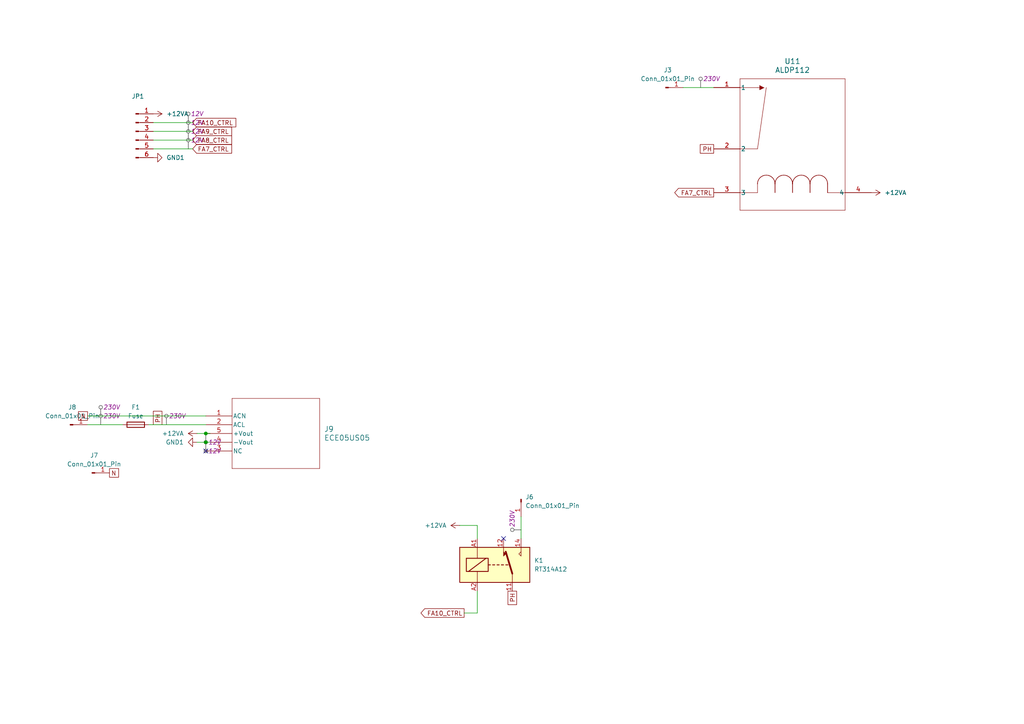
<source format=kicad_sch>
(kicad_sch (version 20230121) (generator eeschema)
  (paper "A4")
  (lib_symbols
    (symbol "ALDP112:ALDP112" (pin_names (offset 0.254))
      (property "Reference" "U" (at 22.86 12.7 0))
      (property "Value" "ALDP112" (at 22.86 7.62 0))
      (symbol "ALDP112_0_1"
        (polyline (pts (xy 7.62 -35.56) (xy 38.1 -35.56)) (stroke (width 0.127)))
        (polyline (pts (xy 7.62 0) (xy 12.7 0)) (stroke (width 0.127)))
        (polyline (pts (xy 7.62 2.54) (xy 7.62 -35.56)) (stroke (width 0.127)))
        (polyline (pts (xy 12.7 -30.48) (xy 7.62 -30.48)) (stroke (width 0.127)))
        (polyline (pts (xy 12.7 -27.94) (xy 12.7 -30.48)) (stroke (width 0.127)))
        (polyline (pts (xy 12.7 -17.78) (xy 7.62 -17.78)) (stroke (width 0.127)))
        (polyline (pts (xy 12.7 -17.78) (xy 15.24 0)) (stroke (width 0.127)))
        (polyline (pts (xy 12.7 0) (xy 13.9689 -0.0056)) (stroke (width 0.127)))
        (polyline (pts (xy 17.78 -27.94) (xy 17.78 -30.48)) (stroke (width 0.127)))
        (polyline (pts (xy 17.78 -27.94) (xy 17.78 -30.48)) (stroke (width 0.127)))
        (polyline (pts (xy 22.86 -27.94) (xy 22.86 -30.48)) (stroke (width 0.127)))
        (polyline (pts (xy 22.86 -27.94) (xy 22.86 -30.48)) (stroke (width 0.127)))
        (polyline (pts (xy 27.94 -27.94) (xy 27.94 -30.48)) (stroke (width 0.127)))
        (polyline (pts (xy 27.94 -27.94) (xy 27.94 -30.48)) (stroke (width 0.127)))
        (polyline (pts (xy 33.02 -27.94) (xy 33.02 -30.48)) (stroke (width 0.127)))
        (polyline (pts (xy 33.02 -27.94) (xy 33.02 -30.48)) (stroke (width 0.127)))
        (polyline (pts (xy 38.1 -35.56) (xy 38.1 2.54)) (stroke (width 0.127)))
        (polyline (pts (xy 38.1 -30.48) (xy 33.02 -30.48)) (stroke (width 0.127)))
        (polyline (pts (xy 38.1 2.54) (xy 7.62 2.54)) (stroke (width 0.127)))
        (polyline (pts (xy 13.335 0.635) (xy 13.335 -0.635) (xy 14.605 0)) (fill (type outline)))
        (arc (start 17.78 -27.94) (mid 15.24 -25.411) (end 12.7 -27.94) (stroke (width 0.127)))
        (arc (start 17.78 -27.94) (mid 15.24 -25.411) (end 12.7 -27.94) (stroke (width 0.127)))
        (arc (start 22.86 -27.94) (mid 20.32 -25.411) (end 17.78 -27.94) (stroke (width 0.127)))
        (arc (start 22.86 -27.94) (mid 20.32 -25.411) (end 17.78 -27.94) (stroke (width 0.127)))
        (arc (start 27.94 -27.94) (mid 25.4 -25.411) (end 22.86 -27.94) (stroke (width 0.127)))
        (arc (start 27.94 -27.94) (mid 25.4 -25.411) (end 22.86 -27.94) (stroke (width 0.127)))
        (arc (start 33.02 -27.94) (mid 30.48 -25.411) (end 27.94 -27.94) (stroke (width 0.127)))
        (arc (start 33.02 -27.94) (mid 30.48 -25.411) (end 27.94 -27.94) (stroke (width 0.127)))
        (pin unspecified line (at 0 0 0) (length 7.62) (name "1") (number "1"))
        (pin unspecified line (at 0 -17.78 0) (length 7.62) (name "2") (number "2"))
        (pin unspecified line (at 0 -30.48 0) (length 7.62) (name "3") (number "3"))
        (pin unspecified line (at 45.72 -30.48 180) (length 7.62) (name "4") (number "4"))
      )
    )
    (symbol "Connector:Conn_01x01_Pin" (pin_names (offset 1.016) hide)
      (property "Reference" "J" (at 0 2.54 0))
      (property "Value" "Conn_01x01_Pin" (at 0 -2.54 0))
      (symbol "Conn_01x01_Pin_1_1"
        (polyline (pts (xy 1.27 0) (xy 0.8636 0)) (stroke (width 0.1524)))
        (rectangle (start 0.8636 0.127) (end 0 -0.127) (stroke (width 0.1524)) (fill (type outline)))
        (pin passive line (at 5.08 0 180) (length 3.81) (name "Pin_1") (number "1"))
      )
    )
    (symbol "Connector:Conn_01x06_Pin" (pin_names (offset 1.016) hide)
      (property "Reference" "J" (at 0 7.62 0))
      (property "Value" "Conn_01x06_Pin" (at 0 -10.16 0))
      (symbol "Conn_01x06_Pin_1_1"
        (polyline (pts (xy 1.27 -7.62) (xy 0.8636 -7.62)) (stroke (width 0.1524)))
        (polyline (pts (xy 1.27 -5.08) (xy 0.8636 -5.08)) (stroke (width 0.1524)))
        (polyline (pts (xy 1.27 -2.54) (xy 0.8636 -2.54)) (stroke (width 0.1524)))
        (polyline (pts (xy 1.27 0) (xy 0.8636 0)) (stroke (width 0.1524)))
        (polyline (pts (xy 1.27 2.54) (xy 0.8636 2.54)) (stroke (width 0.1524)))
        (polyline (pts (xy 1.27 5.08) (xy 0.8636 5.08)) (stroke (width 0.1524)))
        (rectangle (start 0.8636 -7.493) (end 0 -7.747) (stroke (width 0.1524)) (fill (type outline)))
        (rectangle (start 0.8636 -4.953) (end 0 -5.207) (stroke (width 0.1524)) (fill (type outline)))
        (rectangle (start 0.8636 -2.413) (end 0 -2.667) (stroke (width 0.1524)) (fill (type outline)))
        (rectangle (start 0.8636 0.127) (end 0 -0.127) (stroke (width 0.1524)) (fill (type outline)))
        (rectangle (start 0.8636 2.667) (end 0 2.413) (stroke (width 0.1524)) (fill (type outline)))
        (rectangle (start 0.8636 5.207) (end 0 4.953) (stroke (width 0.1524)) (fill (type outline)))
        (pin passive line (at 5.08 5.08 180) (length 3.81) (name "Pin_1") (number "1"))
        (pin passive line (at 5.08 2.54 180) (length 3.81) (name "Pin_2") (number "2"))
        (pin passive line (at 5.08 0 180) (length 3.81) (name "Pin_3") (number "3"))
        (pin passive line (at 5.08 -2.54 180) (length 3.81) (name "Pin_4") (number "4"))
        (pin passive line (at 5.08 -5.08 180) (length 3.81) (name "Pin_5") (number "5"))
        (pin passive line (at 5.08 -7.62 180) (length 3.81) (name "Pin_6") (number "6"))
      )
    )
    (symbol "Device:Fuse" (pin_numbers hide) (pin_names (offset 0))
      (property "Reference" "F" (at 2.032 0 90))
      (property "Value" "Fuse" (at -1.905 0 90))
      (symbol "Fuse_0_1"
        (rectangle (start -0.762 -2.54) (end 0.762 2.54) (stroke (width 0.254)))
        (polyline (pts (xy 0 2.54) (xy 0 -2.54)))
      )
      (symbol "Fuse_1_1"
        (pin passive line (at 0 3.81 270) (length 1.27) (name "~") (number "1"))
        (pin passive line (at 0 -3.81 90) (length 1.27) (name "~") (number "2"))
      )
    )
    (symbol "ECE05:ECE05US05" (pin_names (offset 0.254))
      (property "Reference" "J" (at 20.32 10.16 0))
      (property "Value" "ECE05US05" (at 20.32 7.62 0))
      (symbol "ECE05US05_0_1"
        (polyline (pts (xy 7.62 -15.24) (xy 33.02 -15.24)) (stroke (width 0.127)))
        (polyline (pts (xy 7.62 5.08) (xy 7.62 -15.24)) (stroke (width 0.127)))
        (polyline (pts (xy 33.02 -15.24) (xy 33.02 5.08)) (stroke (width 0.127)))
        (polyline (pts (xy 33.02 5.08) (xy 7.62 5.08)) (stroke (width 0.127)))
        (pin unspecified line (at 0 0 0) (length 7.62) (name "ACN") (number "1"))
        (pin unspecified line (at 0 -2.54 0) (length 7.62) (name "ACL") (number "2"))
        (pin no_connect line (at 0 -10.16 0) (length 7.62) (name "NC") (number "3"))
        (pin power_in line (at 0 -7.62 0) (length 7.62) (name "-Vout") (number "4"))
        (pin power_in line (at 0 -5.08 0) (length 7.62) (name "+Vout") (number "5"))
      )
    )
    (symbol "Relay:RT314A12"
      (property "Reference" "K" (at 11.43 3.81 0))
      (property "Value" "RT314A12" (at 11.43 1.27 0))
      (symbol "RT314A12_0_0"
        (polyline (pts (xy -2.54 1.905) (xy -7.62 -1.905)) (stroke (width 0.254)))
      )
      (symbol "RT314A12_0_1"
        (rectangle (start -10.16 5.08) (end 10.16 -5.08) (stroke (width 0.254)) (fill (type background)))
        (rectangle (start -8.255 1.905) (end -1.905 -1.905) (stroke (width 0.254)))
        (polyline (pts (xy -5.08 -5.08) (xy -5.08 -1.905)))
        (polyline (pts (xy -5.08 5.08) (xy -5.08 1.905)))
        (polyline (pts (xy -1.905 0) (xy -1.27 0)) (stroke (width 0.254)))
        (polyline (pts (xy -0.635 0) (xy 0 0)) (stroke (width 0.254)))
        (polyline (pts (xy 0.635 0) (xy 1.27 0)) (stroke (width 0.254)))
        (polyline (pts (xy 1.905 0) (xy 2.54 0)) (stroke (width 0.254)))
        (polyline (pts (xy 3.175 0) (xy 3.81 0)) (stroke (width 0.254)))
        (polyline (pts (xy 5.08 -2.54) (xy 3.175 3.81)) (stroke (width 0.508)))
        (polyline (pts (xy 5.08 -2.54) (xy 5.08 -5.08)))
        (polyline (pts (xy 2.54 5.08) (xy 2.54 2.54) (xy 3.175 3.175) (xy 2.54 3.81)) (fill (type outline)))
        (polyline (pts (xy 7.62 5.08) (xy 7.62 2.54) (xy 6.985 3.175) (xy 7.62 3.81)))
      )
      (symbol "RT314A12_1_1"
        (pin passive line (at 5.08 -7.62 90) (length 2.54) (name "~") (number "11"))
        (pin passive line (at 2.54 7.62 270) (length 2.54) (name "~") (number "12"))
        (pin passive line (at 7.62 7.62 270) (length 2.54) (name "~") (number "14"))
        (pin passive line (at -5.08 7.62 270) (length 2.54) (name "~") (number "A1"))
        (pin passive line (at -5.08 -7.62 90) (length 2.54) (name "~") (number "A2"))
      )
    )
    (symbol "power:+12VA" (power) (pin_names (offset 0))
      (property "Value" "+12VA" (at 0 3.556 0))
      (symbol "+12VA_0_1"
        (polyline (pts (xy -0.762 1.27) (xy 0 2.54)))
        (polyline (pts (xy 0 0) (xy 0 2.54)))
        (polyline (pts (xy 0 2.54) (xy 0.762 1.27)))
      )
      (symbol "+12VA_1_1"
        (pin power_in line (at 0 0 90) (length 0) hide (name "+12VA") (number "1"))
      )
    )
    (symbol "power:GND1" (power) (pin_names (offset 0))
      (property "Value" "GND1" (at 0 -3.81 0))
      (symbol "GND1_0_1"
        (polyline (pts (xy 0 0) (xy 0 -1.27) (xy 1.27 -1.27) (xy 0 -2.54) (xy -1.27 -1.27) (xy 0 -1.27)))
      )
      (symbol "GND1_1_1"
        (pin power_in line (at 0 0 270) (length 0) hide (name "GND1") (number "1"))
      )
    )
  )
  (junction (at 59.69 128.27))
  (junction (at 59.69 125.73))
  (no_connect (at 59.69 130.81))
  (no_connect (at 146.05 156.21))
  (wire (pts (xy 320.04 27.94) (xy 328.93 27.94)))
  (wire (pts (xy 25.4 123.19) (xy 35.56 123.19)))
  (wire (pts (xy 44.45 38.1) (xy 55.88 38.1)))
  (wire (pts (xy 44.45 40.64) (xy 55.88 40.64)))
  (wire (pts (xy 138.43 177.8) (xy 138.43 171.45)))
  (wire (pts (xy 326.39 90.17) (xy 332.74 90.17)))
  (wire (pts (xy 134.62 177.8) (xy 138.43 177.8)))
  (wire (pts (xy 44.45 35.56) (xy 55.88 35.56)))
  (wire (pts (xy 198.12 25.4) (xy 207.01 25.4)))
  (wire (pts (xy 25.4 120.65) (xy 59.69 120.65)))
  (wire (pts (xy 133.35 152.4) (xy 138.43 152.4)))
  (wire (pts (xy 44.45 43.18) (xy 55.88 43.18)))
  (wire (pts (xy 59.69 128.27) (xy 60.96 128.27)))
  (wire (pts (xy 151.13 149.86) (xy 151.13 156.21)))
  (wire (pts (xy 57.15 125.73) (xy 59.69 125.73)))
  (wire (pts (xy 138.43 152.4) (xy 138.43 156.21)))
  (wire (pts (xy 57.15 128.27) (xy 59.69 128.27)))
  (wire (pts (xy 43.18 123.19) (xy 59.69 123.19)))
  (wire (pts (xy 59.69 125.73) (xy 60.96 125.73)))
  (global_label "PH" (shape passive) (at 45.72 123.19 90) (property "Intersheetrefs" "${INTERSHEET_REFS}" (effects hide)))
  (global_label "FA9_CTRL" (shape output) (at 332.74 120.65 180) (property "Intersheetrefs" "${INTERSHEET_REFS}" (effects hide)))
  (global_label "PH" (shape passive) (at 328.93 45.72 180) (property "Intersheetrefs" "${INTERSHEET_REFS}" (effects hide)))
  (global_label "FA8_CTRL" (shape input) (at 55.88 40.64 0) (property "Intersheetrefs" "${INTERSHEET_REFS}" (effects hide)))
  (global_label "FA10_CTRL" (shape input) (at 55.88 35.56 0) (property "Intersheetrefs" "${INTERSHEET_REFS}" (effects hide)))
  (global_label "N" (shape passive) (at 31.75 137.16 0) (property "Intersheetrefs" "${INTERSHEET_REFS}" (effects hide)))
  (global_label "PH" (shape passive) (at 148.59 171.45 270) (property "Intersheetrefs" "${INTERSHEET_REFS}" (effects hide)))
  (global_label "PH" (shape passive) (at 332.74 107.95 180) (property "Intersheetrefs" "${INTERSHEET_REFS}" (effects hide)))
  (global_label "FA8_CTRL" (shape output) (at 328.93 58.42 180) (property "Intersheetrefs" "${INTERSHEET_REFS}" (effects hide)))
  (global_label "N" (shape passive) (at 25.4 120.65 180) (property "Intersheetrefs" "${INTERSHEET_REFS}" (effects hide)))
  (global_label "FA10_CTRL" (shape output) (at 134.62 177.8 180) (property "Intersheetrefs" "${INTERSHEET_REFS}" (effects hide)))
  (global_label "FA9_CTRL" (shape input) (at 55.88 38.1 0) (property "Intersheetrefs" "${INTERSHEET_REFS}" (effects hide)))
  (global_label "FA7_CTRL" (shape input) (at 55.88 43.18 0) (property "Intersheetrefs" "${INTERSHEET_REFS}" (effects hide)))
  (global_label "PH" (shape passive) (at 207.01 43.18 180) (property "Intersheetrefs" "${INTERSHEET_REFS}" (effects hide)))
  (global_label "FA7_CTRL" (shape output) (at 207.01 55.88 180) (property "Intersheetrefs" "${INTERSHEET_REFS}" (effects hide)))
  (netclass_flag "" (length 2.54) (shape round) (at 54.61 43.18 0) (property "Netclass" "12V" (at 55.3085 40.64 0) (effects (font italic) (justify left))))
  (netclass_flag "" (length 2.54) (shape round) (at 203.2 25.4 0) (property "Netclass" "230V" (at 203.8985 22.86 0) (effects (font italic) (justify left))))
  (netclass_flag "" (length 2.54) (shape round) (at 59.69 128.27 180) (property "Netclass" "12V" (at 60.3885 130.81 0) (effects (font italic) (justify left))))
  (netclass_flag "" (length 2.54) (shape round) (at 59.69 125.73 180) (property "Netclass" "12V" (at 60.3885 128.27 0) (effects (font italic) (justify left))))
  (netclass_flag "" (length 2.54) (shape round) (at 325.12 27.94 0) (property "Netclass" "230V" (at 325.8185 25.4 0) (effects (font italic) (justify left))))
  (netclass_flag "" (length 2.54) (shape round) (at 151.13 153.67 90) (property "Netclass" "230V" (at 148.59 152.9715 90) (effects (font italic) (justify left))))
  (netclass_flag "" (length 2.54) (shape round) (at 54.61 40.64 0) (property "Netclass" "12V" (at 55.3085 38.1 0) (effects (font italic) (justify left))))
  (netclass_flag "" (length 2.54) (shape round) (at 48.26 123.19 0) (property "Netclass" "230V" (at 48.9585 120.65 0) (effects (font italic) (justify left))))
  (netclass_flag "" (length 2.54) (shape round) (at 29.21 123.19 0) (property "Netclass" "230V" (at 29.9085 120.65 0) (effects (font italic) (justify left))))
  (netclass_flag "" (length 2.54) (shape round) (at 328.93 90.17 0) (property "Netclass" "230V" (at 329.6285 87.63 0) (effects (font italic) (justify left))))
  (netclass_flag "" (length 2.54) (shape round) (at 54.61 35.56 0) (property "Netclass" "12V" (at 55.3085 33.02 0) (effects (font italic) (justify left))))
  (netclass_flag "" (length 2.54) (shape round) (at 29.21 120.65 0) (property "Netclass" "230V" (at 29.9085 118.11 0) (effects (font italic) (justify left))))
  (netclass_flag "" (length 2.54) (shape round) (at 54.61 38.1 0) (property "Netclass" "12V" (at 55.3085 35.56 0) (effects (font italic) (justify left))))
  (symbol (lib_id "power:GND1") (at 44.45 45.72 90) (unit 1)
    (property "Reference" "#PWR069" (effects hide))
    (property "Value" "GND1" (at 48.26 45.72 90) (effects (justify right)))
  )
  (symbol (lib_id "Relay:RT314A12") (at 143.51 163.83 0) (unit 1) (in_bom no)
    (property "Reference" "K1" (at 154.94 162.56 0) (effects (justify left)))
    (property "Value" "RT314A12" (at 154.94 165.1 0) (effects (justify left)))
    (property "Footprint" "Relay_THT:Relay_SPDT_Schrack-RT1-16A-FormC_RM5mm" (effects hide))
    (property "Datasheet" "https://www.te.com/commerce/DocumentDelivery/DDEController?Action=srchrtrv&DocNm=RT1_bistable&DocType=DS&DocLang=English" (effects hide))
    (property "Comment" "Hand solder" (effects hide))
  )
  (symbol (lib_id "Connector:Conn_01x01_Pin") (at 26.67 137.16 0) (unit 1)
    (property "Reference" "J7" (at 27.305 132.08 0))
    (property "Value" "Conn_01x01_Pin" (at 27.305 134.62 0))
    (property "Footprint" "Connector_Pin:Pin_D1.4mm_L8.5mm_W2.8mm_FlatFork" (effects hide))
    (property "Comment" "Hand solder" (effects hide))
  )
  (symbol (lib_id "Connector:Conn_01x06_Pin") (at 39.37 38.1 0) (unit 1)
    (property "Reference" "JP1" (at 40.005 27.94 0))
    (property "Value" "Conn_01x06_Pin" (effects hide))
    (property "Footprint" "Connector_PinHeader_2.54mm:PinHeader_1x06_P2.54mm_Vertical" (effects hide))
    (property "Comment" "Hand solder" (effects hide))
  )
  (symbol (lib_id "power:+12VA") (at 57.15 125.73 90) (unit 1)
    (property "Reference" "#PWR071" (effects hide))
    (property "Value" "+12VA" (at 53.34 125.73 90) (effects (justify left)))
  )
  (symbol (lib_id "ALDP112:ALDP112") (at 207.01 25.4 0) (unit 1) (in_bom no)
    (property "Reference" "U11" (at 229.87 17.78 0) (effects (font (size 1.524 1.524))))
    (property "Value" "ALDP112" (at 229.87 20.32 0) (effects (font (size 1.524 1.524))))
    (property "Footprint" "ALDP112:PAN_ALD_PAN" (effects hide))
    (property "Datasheet" "ALDP112" (effects hide))
    (property "Comment" "Hand solder" (effects hide))
  )
  (symbol (lib_id "power:+12VA") (at 374.65 58.42 270) (unit 1)
    (property "Reference" "#PWR077" (effects hide))
    (property "Value" "+12VA" (at 378.46 58.42 90) (effects (justify left)))
  )
  (symbol (lib_id "power:GND1") (at 57.15 128.27 270) (unit 1)
    (property "Reference" "#PWR072" (effects hide))
    (property "Value" "GND1" (at 53.34 128.27 90) (effects (justify right)))
  )
  (symbol (lib_id "ECE05:ECE05US05") (at 59.69 120.65 0) (unit 1) (in_bom no)
    (property "Reference" "J9" (at 93.98 124.46 0) (effects (font (size 1.524 1.524)) (justify left)))
    (property "Value" "ECE05US05" (at 93.98 127 0) (effects (font (size 1.524 1.524)) (justify left)))
    (property "Footprint" "CONN5_05US05_XPP" (effects hide))
    (property "Datasheet" "ECE05US05" (effects hide))
    (property "Comment" "Hand solder" (effects hide))
  )
  (symbol (lib_id "ALDP112:ALDP112") (at 332.74 90.17 0) (unit 1) (in_bom no)
    (property "Reference" "U13" (at 355.6 82.55 0) (effects (font (size 1.524 1.524))))
    (property "Value" "ALDP112" (at 355.6 85.09 0) (effects (font (size 1.524 1.524))))
    (property "Footprint" "ALDP112:PAN_ALD_PAN" (effects hide))
    (property "Datasheet" "ALDP112" (effects hide))
    (property "Comment" "Hand solder" (effects hide))
  )
  (symbol (lib_id "ALDP112:ALDP112") (at 328.93 27.94 0) (unit 1) (in_bom no)
    (property "Reference" "U12" (at 351.79 20.32 0) (effects (font (size 1.524 1.524))))
    (property "Value" "ALDP112" (at 351.79 22.86 0) (effects (font (size 1.524 1.524))))
    (property "Footprint" "ALDP112:PAN_ALD_PAN" (effects hide))
    (property "Datasheet" "ALDP112" (effects hide))
    (property "Comment" "Hand solder" (effects hide))
  )
  (symbol (lib_id "power:+12VA") (at 378.46 120.65 270) (unit 1)
    (property "Reference" "#PWR074" (effects hide))
    (property "Value" "+12VA" (at 382.27 120.65 90) (effects (justify left)))
  )
  (symbol (lib_id "Connector:Conn_01x01_Pin") (at 151.13 144.78 270) (unit 1)
    (property "Reference" "J6" (at 152.4 144.145 90) (effects (justify left)))
    (property "Value" "Conn_01x01_Pin" (at 152.4 146.685 90) (effects (justify left)))
    (property "Footprint" "Connector_Pin:Pin_D1.4mm_L8.5mm_W2.8mm_FlatFork" (effects hide))
    (property "Comment" "Hand solder" (effects hide))
  )
  (symbol (lib_id "Connector:Conn_01x01_Pin") (at 314.96 27.94 0) (unit 1)
    (property "Reference" "J4" (at 315.595 22.86 0))
    (property "Value" "Conn_01x01_Pin" (at 315.595 25.4 0))
    (property "Footprint" "Connector_Pin:Pin_D1.4mm_L8.5mm_W2.8mm_FlatFork" (effects hide))
    (property "Comment" "Hand solder" (effects hide))
  )
  (symbol (lib_id "power:+12VA") (at 44.45 33.02 270) (unit 1)
    (property "Reference" "#PWR070" (effects hide))
    (property "Value" "+12VA" (at 48.26 33.02 90) (effects (justify left)))
  )
  (symbol (lib_id "Connector:Conn_01x01_Pin") (at 321.31 90.17 0) (unit 1)
    (property "Reference" "J5" (at 321.945 85.09 0))
    (property "Value" "Conn_01x01_Pin" (at 321.945 87.63 0))
    (property "Footprint" "Connector_Pin:Pin_D1.4mm_L8.5mm_W2.8mm_FlatFork" (effects hide))
    (property "Comment" "Hand solder" (effects hide))
  )
  (symbol (lib_id "Connector:Conn_01x01_Pin") (at 193.04 25.4 0) (unit 1)
    (property "Reference" "J3" (at 193.675 20.32 0))
    (property "Value" "Conn_01x01_Pin" (at 193.675 22.86 0))
    (property "Footprint" "Connector_Pin:Pin_D1.4mm_L8.5mm_W2.8mm_FlatFork" (effects hide))
    (property "Comment" "Hand solder" (effects hide))
  )
  (symbol (lib_id "power:+12VA") (at 252.73 55.88 270) (unit 1)
    (property "Reference" "#PWR073" (effects hide))
    (property "Value" "+12VA" (at 256.54 55.88 90) (effects (justify left)))
  )
  (symbol (lib_id "Device:Fuse") (at 39.37 123.19 90) (unit 1)
    (property "Reference" "F1" (at 39.37 118.11 90))
    (property "Value" "Fuse" (at 39.37 120.65 90))
    (property "Footprint" "Fuse:Fuse_Bourns_MF-RG700" (effects hide))
    (property "Comment" "Hand solder" (effects hide))
  )
  (symbol (lib_id "power:+12VA") (at 133.35 152.4 90) (unit 1)
    (property "Reference" "#PWR076" (effects hide))
    (property "Value" "+12VA" (at 129.54 152.4 90) (effects (justify left)))
  )
  (symbol (lib_id "Connector:Conn_01x01_Pin") (at 20.32 123.19 0) (unit 1)
    (property "Reference" "J8" (at 20.955 118.11 0))
    (property "Value" "Conn_01x01_Pin" (at 20.955 120.65 0))
    (property "Footprint" "Connector_Pin:Pin_D1.4mm_L8.5mm_W2.8mm_FlatFork" (effects hide))
    (property "Comment" "Hand solder" (effects hide))
  )
)
</source>
